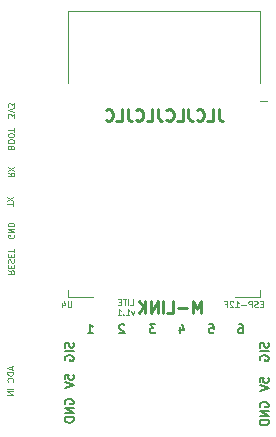
<source format=gbr>
%TF.GenerationSoftware,KiCad,Pcbnew,(6.0.2)*%
%TF.CreationDate,2022-09-28T21:47:16+01:00*%
%TF.ProjectId,m-link-lite,6d2d6c69-6e6b-42d6-9c69-74652e6b6963,rev?*%
%TF.SameCoordinates,Original*%
%TF.FileFunction,Legend,Bot*%
%TF.FilePolarity,Positive*%
%FSLAX46Y46*%
G04 Gerber Fmt 4.6, Leading zero omitted, Abs format (unit mm)*
G04 Created by KiCad (PCBNEW (6.0.2)) date 2022-09-28 21:47:16*
%MOMM*%
%LPD*%
G01*
G04 APERTURE LIST*
%ADD10C,0.187500*%
%ADD11C,0.250000*%
%ADD12C,0.125000*%
%ADD13C,0.120000*%
G04 APERTURE END LIST*
D10*
X84125000Y-95928571D02*
X84089285Y-95857142D01*
X84089285Y-95750000D01*
X84125000Y-95642857D01*
X84196428Y-95571428D01*
X84267857Y-95535714D01*
X84410714Y-95500000D01*
X84517857Y-95500000D01*
X84660714Y-95535714D01*
X84732142Y-95571428D01*
X84803571Y-95642857D01*
X84839285Y-95750000D01*
X84839285Y-95821428D01*
X84803571Y-95928571D01*
X84767857Y-95964285D01*
X84517857Y-95964285D01*
X84517857Y-95821428D01*
X84839285Y-96285714D02*
X84089285Y-96285714D01*
X84839285Y-96714285D01*
X84089285Y-96714285D01*
X84839285Y-97071428D02*
X84089285Y-97071428D01*
X84089285Y-97250000D01*
X84125000Y-97357142D01*
X84196428Y-97428571D01*
X84267857Y-97464285D01*
X84410714Y-97500000D01*
X84517857Y-97500000D01*
X84660714Y-97464285D01*
X84732142Y-97428571D01*
X84803571Y-97357142D01*
X84839285Y-97250000D01*
X84839285Y-97071428D01*
D11*
X97119047Y-70952380D02*
X97119047Y-71666666D01*
X97166666Y-71809523D01*
X97261904Y-71904761D01*
X97404761Y-71952380D01*
X97500000Y-71952380D01*
X96166666Y-71952380D02*
X96642857Y-71952380D01*
X96642857Y-70952380D01*
X95261904Y-71857142D02*
X95309523Y-71904761D01*
X95452380Y-71952380D01*
X95547619Y-71952380D01*
X95690476Y-71904761D01*
X95785714Y-71809523D01*
X95833333Y-71714285D01*
X95880952Y-71523809D01*
X95880952Y-71380952D01*
X95833333Y-71190476D01*
X95785714Y-71095238D01*
X95690476Y-71000000D01*
X95547619Y-70952380D01*
X95452380Y-70952380D01*
X95309523Y-71000000D01*
X95261904Y-71047619D01*
X94547619Y-70952380D02*
X94547619Y-71666666D01*
X94595238Y-71809523D01*
X94690476Y-71904761D01*
X94833333Y-71952380D01*
X94928571Y-71952380D01*
X93595238Y-71952380D02*
X94071428Y-71952380D01*
X94071428Y-70952380D01*
X92690476Y-71857142D02*
X92738095Y-71904761D01*
X92880952Y-71952380D01*
X92976190Y-71952380D01*
X93119047Y-71904761D01*
X93214285Y-71809523D01*
X93261904Y-71714285D01*
X93309523Y-71523809D01*
X93309523Y-71380952D01*
X93261904Y-71190476D01*
X93214285Y-71095238D01*
X93119047Y-71000000D01*
X92976190Y-70952380D01*
X92880952Y-70952380D01*
X92738095Y-71000000D01*
X92690476Y-71047619D01*
X91976190Y-70952380D02*
X91976190Y-71666666D01*
X92023809Y-71809523D01*
X92119047Y-71904761D01*
X92261904Y-71952380D01*
X92357142Y-71952380D01*
X91023809Y-71952380D02*
X91500000Y-71952380D01*
X91500000Y-70952380D01*
X90119047Y-71857142D02*
X90166666Y-71904761D01*
X90309523Y-71952380D01*
X90404761Y-71952380D01*
X90547619Y-71904761D01*
X90642857Y-71809523D01*
X90690476Y-71714285D01*
X90738095Y-71523809D01*
X90738095Y-71380952D01*
X90690476Y-71190476D01*
X90642857Y-71095238D01*
X90547619Y-71000000D01*
X90404761Y-70952380D01*
X90309523Y-70952380D01*
X90166666Y-71000000D01*
X90119047Y-71047619D01*
X89404761Y-70952380D02*
X89404761Y-71666666D01*
X89452380Y-71809523D01*
X89547619Y-71904761D01*
X89690476Y-71952380D01*
X89785714Y-71952380D01*
X88452380Y-71952380D02*
X88928571Y-71952380D01*
X88928571Y-70952380D01*
X87547619Y-71857142D02*
X87595238Y-71904761D01*
X87738095Y-71952380D01*
X87833333Y-71952380D01*
X87976190Y-71904761D01*
X88071428Y-71809523D01*
X88119047Y-71714285D01*
X88166666Y-71523809D01*
X88166666Y-71380952D01*
X88119047Y-71190476D01*
X88071428Y-71095238D01*
X87976190Y-71000000D01*
X87833333Y-70952380D01*
X87738095Y-70952380D01*
X87595238Y-71000000D01*
X87547619Y-71047619D01*
D12*
X79723809Y-79130952D02*
X79723809Y-78845238D01*
X79223809Y-78988095D02*
X79723809Y-78988095D01*
X79723809Y-78726190D02*
X79223809Y-78392857D01*
X79723809Y-78392857D02*
X79223809Y-78726190D01*
D10*
X91750000Y-89189285D02*
X91285714Y-89189285D01*
X91535714Y-89475000D01*
X91428571Y-89475000D01*
X91357142Y-89510714D01*
X91321428Y-89546428D01*
X91285714Y-89617857D01*
X91285714Y-89796428D01*
X91321428Y-89867857D01*
X91357142Y-89903571D01*
X91428571Y-89939285D01*
X91642857Y-89939285D01*
X91714285Y-89903571D01*
X91750000Y-89867857D01*
D11*
X95619047Y-88202380D02*
X95619047Y-87202380D01*
X95285714Y-87916666D01*
X94952380Y-87202380D01*
X94952380Y-88202380D01*
X94476190Y-87821428D02*
X93714285Y-87821428D01*
X92761904Y-88202380D02*
X93238095Y-88202380D01*
X93238095Y-87202380D01*
X92428571Y-88202380D02*
X92428571Y-87202380D01*
X91952380Y-88202380D02*
X91952380Y-87202380D01*
X91380952Y-88202380D01*
X91380952Y-87202380D01*
X90904761Y-88202380D02*
X90904761Y-87202380D01*
X90333333Y-88202380D02*
X90761904Y-87630952D01*
X90333333Y-87202380D02*
X90904761Y-87773809D01*
D12*
X79750000Y-81630952D02*
X79773809Y-81678571D01*
X79773809Y-81750000D01*
X79750000Y-81821428D01*
X79702380Y-81869047D01*
X79654761Y-81892857D01*
X79559523Y-81916666D01*
X79488095Y-81916666D01*
X79392857Y-81892857D01*
X79345238Y-81869047D01*
X79297619Y-81821428D01*
X79273809Y-81750000D01*
X79273809Y-81702380D01*
X79297619Y-81630952D01*
X79321428Y-81607142D01*
X79488095Y-81607142D01*
X79488095Y-81702380D01*
X79273809Y-81392857D02*
X79773809Y-81392857D01*
X79273809Y-81107142D01*
X79773809Y-81107142D01*
X79273809Y-80869047D02*
X79773809Y-80869047D01*
X79773809Y-80750000D01*
X79750000Y-80678571D01*
X79702380Y-80630952D01*
X79654761Y-80607142D01*
X79559523Y-80583333D01*
X79488095Y-80583333D01*
X79392857Y-80607142D01*
X79345238Y-80630952D01*
X79297619Y-80678571D01*
X79273809Y-80750000D01*
X79273809Y-80869047D01*
D10*
X100589285Y-94107142D02*
X100589285Y-93750000D01*
X100946428Y-93714285D01*
X100910714Y-93750000D01*
X100875000Y-93821428D01*
X100875000Y-94000000D01*
X100910714Y-94071428D01*
X100946428Y-94107142D01*
X101017857Y-94142857D01*
X101196428Y-94142857D01*
X101267857Y-94107142D01*
X101303571Y-94071428D01*
X101339285Y-94000000D01*
X101339285Y-93821428D01*
X101303571Y-93750000D01*
X101267857Y-93714285D01*
X100589285Y-94357142D02*
X101339285Y-94607142D01*
X100589285Y-94857142D01*
X98857142Y-89189285D02*
X99000000Y-89189285D01*
X99071428Y-89225000D01*
X99107142Y-89260714D01*
X99178571Y-89367857D01*
X99214285Y-89510714D01*
X99214285Y-89796428D01*
X99178571Y-89867857D01*
X99142857Y-89903571D01*
X99071428Y-89939285D01*
X98928571Y-89939285D01*
X98857142Y-89903571D01*
X98821428Y-89867857D01*
X98785714Y-89796428D01*
X98785714Y-89617857D01*
X98821428Y-89546428D01*
X98857142Y-89510714D01*
X98928571Y-89475000D01*
X99071428Y-89475000D01*
X99142857Y-89510714D01*
X99178571Y-89546428D01*
X99214285Y-89617857D01*
X89114285Y-89260714D02*
X89078571Y-89225000D01*
X89007142Y-89189285D01*
X88828571Y-89189285D01*
X88757142Y-89225000D01*
X88721428Y-89260714D01*
X88685714Y-89332142D01*
X88685714Y-89403571D01*
X88721428Y-89510714D01*
X89150000Y-89939285D01*
X88685714Y-89939285D01*
X86035714Y-89939285D02*
X86464285Y-89939285D01*
X86250000Y-89939285D02*
X86250000Y-89189285D01*
X86321428Y-89296428D01*
X86392857Y-89367857D01*
X86464285Y-89403571D01*
D12*
X89630952Y-87573690D02*
X89869047Y-87573690D01*
X89869047Y-87073690D01*
X89464285Y-87573690D02*
X89464285Y-87073690D01*
X89297619Y-87073690D02*
X89011904Y-87073690D01*
X89154761Y-87573690D02*
X89154761Y-87073690D01*
X88845238Y-87311785D02*
X88678571Y-87311785D01*
X88607142Y-87573690D02*
X88845238Y-87573690D01*
X88845238Y-87073690D01*
X88607142Y-87073690D01*
X89964285Y-88045357D02*
X89845238Y-88378690D01*
X89726190Y-88045357D01*
X89273809Y-88378690D02*
X89559523Y-88378690D01*
X89416666Y-88378690D02*
X89416666Y-87878690D01*
X89464285Y-87950119D01*
X89511904Y-87997738D01*
X89559523Y-88021547D01*
X89059523Y-88331071D02*
X89035714Y-88354880D01*
X89059523Y-88378690D01*
X89083333Y-88354880D01*
X89059523Y-88331071D01*
X89059523Y-88378690D01*
X88559523Y-88378690D02*
X88845238Y-88378690D01*
X88702380Y-88378690D02*
X88702380Y-87878690D01*
X88750000Y-87950119D01*
X88797619Y-87997738D01*
X88845238Y-88021547D01*
D10*
X100625000Y-96178571D02*
X100589285Y-96107142D01*
X100589285Y-96000000D01*
X100625000Y-95892857D01*
X100696428Y-95821428D01*
X100767857Y-95785714D01*
X100910714Y-95750000D01*
X101017857Y-95750000D01*
X101160714Y-95785714D01*
X101232142Y-95821428D01*
X101303571Y-95892857D01*
X101339285Y-96000000D01*
X101339285Y-96071428D01*
X101303571Y-96178571D01*
X101267857Y-96214285D01*
X101017857Y-96214285D01*
X101017857Y-96071428D01*
X101339285Y-96535714D02*
X100589285Y-96535714D01*
X101339285Y-96964285D01*
X100589285Y-96964285D01*
X101339285Y-97321428D02*
X100589285Y-97321428D01*
X100589285Y-97500000D01*
X100625000Y-97607142D01*
X100696428Y-97678571D01*
X100767857Y-97714285D01*
X100910714Y-97750000D01*
X101017857Y-97750000D01*
X101160714Y-97714285D01*
X101232142Y-97678571D01*
X101303571Y-97607142D01*
X101339285Y-97500000D01*
X101339285Y-97321428D01*
D12*
X79535714Y-74178571D02*
X79511904Y-74107142D01*
X79488095Y-74083333D01*
X79440476Y-74059523D01*
X79369047Y-74059523D01*
X79321428Y-74083333D01*
X79297619Y-74107142D01*
X79273809Y-74154761D01*
X79273809Y-74345238D01*
X79773809Y-74345238D01*
X79773809Y-74178571D01*
X79750000Y-74130952D01*
X79726190Y-74107142D01*
X79678571Y-74083333D01*
X79630952Y-74083333D01*
X79583333Y-74107142D01*
X79559523Y-74130952D01*
X79535714Y-74178571D01*
X79535714Y-74345238D01*
X79773809Y-73750000D02*
X79773809Y-73654761D01*
X79750000Y-73607142D01*
X79702380Y-73559523D01*
X79607142Y-73535714D01*
X79440476Y-73535714D01*
X79345238Y-73559523D01*
X79297619Y-73607142D01*
X79273809Y-73654761D01*
X79273809Y-73750000D01*
X79297619Y-73797619D01*
X79345238Y-73845238D01*
X79440476Y-73869047D01*
X79607142Y-73869047D01*
X79702380Y-73845238D01*
X79750000Y-73797619D01*
X79773809Y-73750000D01*
X79773809Y-73226190D02*
X79773809Y-73130952D01*
X79750000Y-73083333D01*
X79702380Y-73035714D01*
X79607142Y-73011904D01*
X79440476Y-73011904D01*
X79345238Y-73035714D01*
X79297619Y-73083333D01*
X79273809Y-73130952D01*
X79273809Y-73226190D01*
X79297619Y-73273809D01*
X79345238Y-73321428D01*
X79440476Y-73345238D01*
X79607142Y-73345238D01*
X79702380Y-73321428D01*
X79750000Y-73273809D01*
X79773809Y-73226190D01*
X79773809Y-72869047D02*
X79773809Y-72583333D01*
X79273809Y-72726190D02*
X79773809Y-72726190D01*
X79773809Y-71690476D02*
X79773809Y-71380952D01*
X79583333Y-71547619D01*
X79583333Y-71476190D01*
X79559523Y-71428571D01*
X79535714Y-71404761D01*
X79488095Y-71380952D01*
X79369047Y-71380952D01*
X79321428Y-71404761D01*
X79297619Y-71428571D01*
X79273809Y-71476190D01*
X79273809Y-71619047D01*
X79297619Y-71666666D01*
X79321428Y-71690476D01*
X79773809Y-71238095D02*
X79273809Y-71071428D01*
X79773809Y-70904761D01*
X79773809Y-70785714D02*
X79773809Y-70476190D01*
X79583333Y-70642857D01*
X79583333Y-70571428D01*
X79559523Y-70523809D01*
X79535714Y-70500000D01*
X79488095Y-70476190D01*
X79369047Y-70476190D01*
X79321428Y-70500000D01*
X79297619Y-70523809D01*
X79273809Y-70571428D01*
X79273809Y-70714285D01*
X79297619Y-70761904D01*
X79321428Y-70785714D01*
X79273809Y-76333333D02*
X79511904Y-76500000D01*
X79273809Y-76619047D02*
X79773809Y-76619047D01*
X79773809Y-76428571D01*
X79750000Y-76380952D01*
X79726190Y-76357142D01*
X79678571Y-76333333D01*
X79607142Y-76333333D01*
X79559523Y-76357142D01*
X79535714Y-76380952D01*
X79511904Y-76428571D01*
X79511904Y-76619047D01*
X79773809Y-76166666D02*
X79273809Y-75833333D01*
X79773809Y-75833333D02*
X79273809Y-76166666D01*
D10*
X93857142Y-89439285D02*
X93857142Y-89939285D01*
X94035714Y-89153571D02*
X94214285Y-89689285D01*
X93750000Y-89689285D01*
X101303571Y-90732142D02*
X101339285Y-90839285D01*
X101339285Y-91017857D01*
X101303571Y-91089285D01*
X101267857Y-91125000D01*
X101196428Y-91160714D01*
X101125000Y-91160714D01*
X101053571Y-91125000D01*
X101017857Y-91089285D01*
X100982142Y-91017857D01*
X100946428Y-90875000D01*
X100910714Y-90803571D01*
X100875000Y-90767857D01*
X100803571Y-90732142D01*
X100732142Y-90732142D01*
X100660714Y-90767857D01*
X100625000Y-90803571D01*
X100589285Y-90875000D01*
X100589285Y-91053571D01*
X100625000Y-91160714D01*
X101339285Y-91482142D02*
X100589285Y-91482142D01*
X100625000Y-92232142D02*
X100589285Y-92160714D01*
X100589285Y-92053571D01*
X100625000Y-91946428D01*
X100696428Y-91875000D01*
X100767857Y-91839285D01*
X100910714Y-91803571D01*
X101017857Y-91803571D01*
X101160714Y-91839285D01*
X101232142Y-91875000D01*
X101303571Y-91946428D01*
X101339285Y-92053571D01*
X101339285Y-92125000D01*
X101303571Y-92232142D01*
X101267857Y-92267857D01*
X101017857Y-92267857D01*
X101017857Y-92125000D01*
X84089285Y-93857142D02*
X84089285Y-93500000D01*
X84446428Y-93464285D01*
X84410714Y-93500000D01*
X84375000Y-93571428D01*
X84375000Y-93750000D01*
X84410714Y-93821428D01*
X84446428Y-93857142D01*
X84517857Y-93892857D01*
X84696428Y-93892857D01*
X84767857Y-93857142D01*
X84803571Y-93821428D01*
X84839285Y-93750000D01*
X84839285Y-93571428D01*
X84803571Y-93500000D01*
X84767857Y-93464285D01*
X84089285Y-94107142D02*
X84839285Y-94357142D01*
X84089285Y-94607142D01*
X84803571Y-90732142D02*
X84839285Y-90839285D01*
X84839285Y-91017857D01*
X84803571Y-91089285D01*
X84767857Y-91125000D01*
X84696428Y-91160714D01*
X84625000Y-91160714D01*
X84553571Y-91125000D01*
X84517857Y-91089285D01*
X84482142Y-91017857D01*
X84446428Y-90875000D01*
X84410714Y-90803571D01*
X84375000Y-90767857D01*
X84303571Y-90732142D01*
X84232142Y-90732142D01*
X84160714Y-90767857D01*
X84125000Y-90803571D01*
X84089285Y-90875000D01*
X84089285Y-91053571D01*
X84125000Y-91160714D01*
X84839285Y-91482142D02*
X84089285Y-91482142D01*
X84125000Y-92232142D02*
X84089285Y-92160714D01*
X84089285Y-92053571D01*
X84125000Y-91946428D01*
X84196428Y-91875000D01*
X84267857Y-91839285D01*
X84410714Y-91803571D01*
X84517857Y-91803571D01*
X84660714Y-91839285D01*
X84732142Y-91875000D01*
X84803571Y-91946428D01*
X84839285Y-92053571D01*
X84839285Y-92125000D01*
X84803571Y-92232142D01*
X84767857Y-92267857D01*
X84517857Y-92267857D01*
X84517857Y-92125000D01*
D12*
X79273809Y-84626190D02*
X79511904Y-84792857D01*
X79273809Y-84911904D02*
X79773809Y-84911904D01*
X79773809Y-84721428D01*
X79750000Y-84673809D01*
X79726190Y-84650000D01*
X79678571Y-84626190D01*
X79607142Y-84626190D01*
X79559523Y-84650000D01*
X79535714Y-84673809D01*
X79511904Y-84721428D01*
X79511904Y-84911904D01*
X79535714Y-84411904D02*
X79535714Y-84245238D01*
X79273809Y-84173809D02*
X79273809Y-84411904D01*
X79773809Y-84411904D01*
X79773809Y-84173809D01*
X79297619Y-83983333D02*
X79273809Y-83911904D01*
X79273809Y-83792857D01*
X79297619Y-83745238D01*
X79321428Y-83721428D01*
X79369047Y-83697619D01*
X79416666Y-83697619D01*
X79464285Y-83721428D01*
X79488095Y-83745238D01*
X79511904Y-83792857D01*
X79535714Y-83888095D01*
X79559523Y-83935714D01*
X79583333Y-83959523D01*
X79630952Y-83983333D01*
X79678571Y-83983333D01*
X79726190Y-83959523D01*
X79750000Y-83935714D01*
X79773809Y-83888095D01*
X79773809Y-83769047D01*
X79750000Y-83697619D01*
X79535714Y-83483333D02*
X79535714Y-83316666D01*
X79273809Y-83245238D02*
X79273809Y-83483333D01*
X79773809Y-83483333D01*
X79773809Y-83245238D01*
X79773809Y-83102380D02*
X79773809Y-82816666D01*
X79273809Y-82959523D02*
X79773809Y-82959523D01*
D10*
X96321428Y-89189285D02*
X96678571Y-89189285D01*
X96714285Y-89546428D01*
X96678571Y-89510714D01*
X96607142Y-89475000D01*
X96428571Y-89475000D01*
X96357142Y-89510714D01*
X96321428Y-89546428D01*
X96285714Y-89617857D01*
X96285714Y-89796428D01*
X96321428Y-89867857D01*
X96357142Y-89903571D01*
X96428571Y-89939285D01*
X96607142Y-89939285D01*
X96678571Y-89903571D01*
X96714285Y-89867857D01*
D12*
%TO.C,J1*%
X79583333Y-92789523D02*
X79583333Y-93027619D01*
X79726190Y-92741904D02*
X79226190Y-92908571D01*
X79726190Y-93075238D01*
X79726190Y-93241904D02*
X79226190Y-93241904D01*
X79226190Y-93360952D01*
X79250000Y-93432380D01*
X79297619Y-93480000D01*
X79345238Y-93503809D01*
X79440476Y-93527619D01*
X79511904Y-93527619D01*
X79607142Y-93503809D01*
X79654761Y-93480000D01*
X79702380Y-93432380D01*
X79726190Y-93360952D01*
X79726190Y-93241904D01*
X79678571Y-94027619D02*
X79702380Y-94003809D01*
X79726190Y-93932380D01*
X79726190Y-93884761D01*
X79702380Y-93813333D01*
X79654761Y-93765714D01*
X79607142Y-93741904D01*
X79511904Y-93718095D01*
X79440476Y-93718095D01*
X79345238Y-93741904D01*
X79297619Y-93765714D01*
X79250000Y-93813333D01*
X79226190Y-93884761D01*
X79226190Y-93932380D01*
X79250000Y-94003809D01*
X79273809Y-94027619D01*
X79726190Y-94622857D02*
X79226190Y-94622857D01*
X79726190Y-94860952D02*
X79226190Y-94860952D01*
X79726190Y-95146666D01*
X79226190Y-95146666D01*
%TO.C,U4*%
X84630952Y-87226190D02*
X84630952Y-87630952D01*
X84607142Y-87678571D01*
X84583333Y-87702380D01*
X84535714Y-87726190D01*
X84440476Y-87726190D01*
X84392857Y-87702380D01*
X84369047Y-87678571D01*
X84345238Y-87630952D01*
X84345238Y-87226190D01*
X83892857Y-87392857D02*
X83892857Y-87726190D01*
X84011904Y-87202380D02*
X84130952Y-87559523D01*
X83821428Y-87559523D01*
X100845238Y-87464285D02*
X100678571Y-87464285D01*
X100607142Y-87726190D02*
X100845238Y-87726190D01*
X100845238Y-87226190D01*
X100607142Y-87226190D01*
X100416666Y-87702380D02*
X100345238Y-87726190D01*
X100226190Y-87726190D01*
X100178571Y-87702380D01*
X100154761Y-87678571D01*
X100130952Y-87630952D01*
X100130952Y-87583333D01*
X100154761Y-87535714D01*
X100178571Y-87511904D01*
X100226190Y-87488095D01*
X100321428Y-87464285D01*
X100369047Y-87440476D01*
X100392857Y-87416666D01*
X100416666Y-87369047D01*
X100416666Y-87321428D01*
X100392857Y-87273809D01*
X100369047Y-87250000D01*
X100321428Y-87226190D01*
X100202380Y-87226190D01*
X100130952Y-87250000D01*
X99916666Y-87726190D02*
X99916666Y-87226190D01*
X99726190Y-87226190D01*
X99678571Y-87250000D01*
X99654761Y-87273809D01*
X99630952Y-87321428D01*
X99630952Y-87392857D01*
X99654761Y-87440476D01*
X99678571Y-87464285D01*
X99726190Y-87488095D01*
X99916666Y-87488095D01*
X99416666Y-87535714D02*
X99035714Y-87535714D01*
X98535714Y-87726190D02*
X98821428Y-87726190D01*
X98678571Y-87726190D02*
X98678571Y-87226190D01*
X98726190Y-87297619D01*
X98773809Y-87345238D01*
X98821428Y-87369047D01*
X98345238Y-87273809D02*
X98321428Y-87250000D01*
X98273809Y-87226190D01*
X98154761Y-87226190D01*
X98107142Y-87250000D01*
X98083333Y-87273809D01*
X98059523Y-87321428D01*
X98059523Y-87369047D01*
X98083333Y-87440476D01*
X98369047Y-87726190D01*
X98059523Y-87726190D01*
X97678571Y-87464285D02*
X97845238Y-87464285D01*
X97845238Y-87726190D02*
X97845238Y-87226190D01*
X97607142Y-87226190D01*
D13*
X100620000Y-70250000D02*
X101230000Y-70250000D01*
X84380000Y-86870000D02*
X86500000Y-86870000D01*
X84380000Y-86250000D02*
X84380000Y-86870000D01*
X100620000Y-62630000D02*
X84380000Y-62630000D01*
X84380000Y-62630000D02*
X84380000Y-68750000D01*
X100620000Y-86870000D02*
X100620000Y-86250000D01*
X100620000Y-68750000D02*
X100620000Y-62630000D01*
X98500000Y-86870000D02*
X100620000Y-86870000D01*
%TD*%
M02*

</source>
